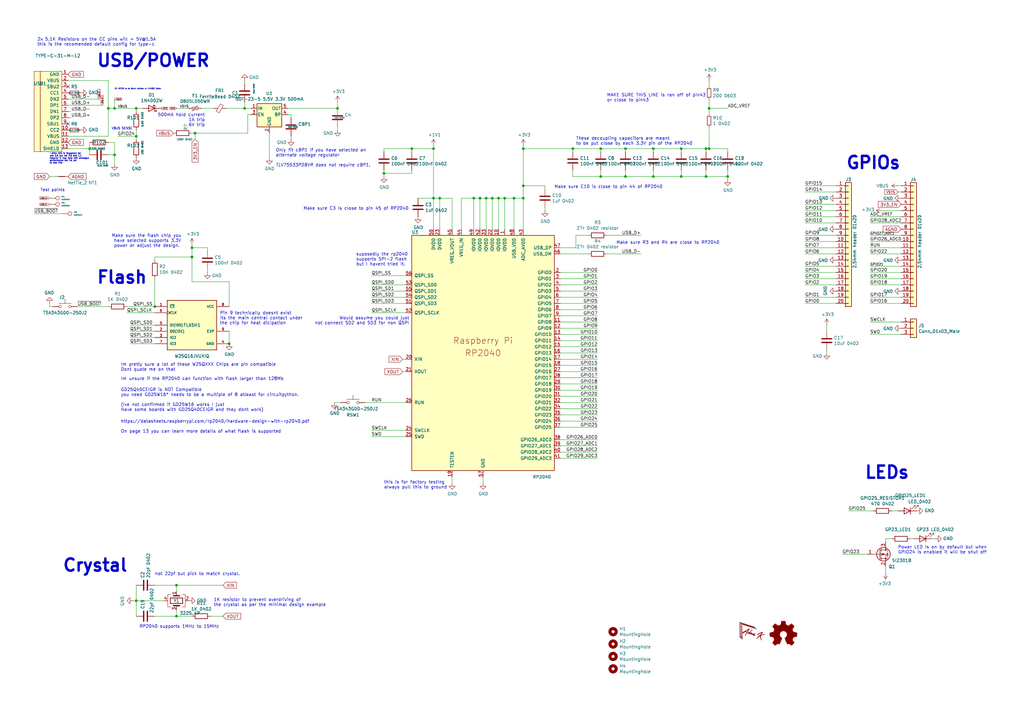
<source format=kicad_sch>
(kicad_sch (version 20211123) (generator eeschema)
  (paper "A3")
  (title_block (title "Raspberry Pi Pico Clone") (date "2020-12-18") (rev "REV1") (company "Envious.Design"))
  (junction (at 256.54 72.39))
  (junction (at 201.93 81.28))
  (junction (at 44.45 44.45))
  (junction (at 267.97 60.96))
  (junction (at 46.99 44.45))
  (junction (at 298.45 72.39))
  (junction (at 210.82 81.28))
  (junction (at 204.47 81.28))
  (junction (at 180.34 81.28))
  (junction (at 72.39 240.03))
  (junction (at 46.99 63.5))
  (junction (at 207.01 81.28))
  (junction (at 256.54 60.96))
  (junction (at 93.98 140.97))
  (junction (at 177.8 60.96))
  (junction (at 194.31 81.28))
  (junction (at 55.88 55.88))
  (junction (at 289.56 72.39))
  (junction (at 177.8 81.28))
  (junction (at 78.74 105.41))
  (junction (at 279.4 72.39))
  (junction (at 196.85 81.28))
  (junction (at 214.63 60.96))
  (junction (at 157.48 71.12))
  (junction (at 246.38 60.96))
  (junction (at 55.88 246.38))
  (junction (at 246.38 72.39))
  (junction (at 267.97 72.39))
  (junction (at 55.88 44.45))
  (junction (at 290.83 60.96))
  (junction (at 290.83 44.45))
  (junction (at 214.63 81.28))
  (junction (at 289.56 60.96))
  (junction (at 214.63 76.2))
  (junction (at 168.91 60.96))
  (junction (at 199.39 81.28))
  (junction (at 138.43 44.45))
  (junction (at 72.39 252.73))
  (junction (at 80.01 54.61))
  (junction (at 36.83 60.96))
  (junction (at 279.4 60.96))
  (junction (at 63.5 125.73))
  (junction (at 78.74 101.6))
  (junction (at 234.95 60.96))
  (junction (at 100.33 44.45))
  (no_connect (at 27.94 50.8))
  (no_connect (at 27.94 35.56))
  (wire (pts (xy 177.8 81.28) (xy 171.45 81.28)))
  (wire (pts (xy 342.9 86.36) (xy 330.2 86.36)))
  (wire (pts (xy 55.88 55.88) (xy 55.88 57.15)))
  (wire (pts (xy 27.94 43.18) (xy 41.91 43.18)))
  (wire (pts (xy 342.9 76.2) (xy 330.2 76.2)))
  (wire (pts (xy 374.65 220.98) (xy 373.38 220.98)))
  (wire (pts (xy 55.88 246.38) (xy 54.61 246.38)))
  (wire (pts (xy 214.63 81.28) (xy 214.63 93.98)))
  (wire (pts (xy 358.14 209.55) (xy 347.98 209.55)))
  (wire (pts (xy 290.83 60.96) (xy 290.83 52.07)))
  (wire (pts (xy 44.45 55.88) (xy 27.94 55.88)))
  (wire (pts (xy 138.43 41.91) (xy 138.43 44.45)))
  (wire (pts (xy 382.27 220.98) (xy 383.54 220.98)))
  (wire (pts (xy 93.98 125.73) (xy 93.98 115.57)))
  (wire (pts (xy 369.57 91.44) (xy 356.87 91.44)))
  (wire (pts (xy 229.87 121.92) (xy 245.11 121.92)))
  (wire (pts (xy 80.01 54.61) (xy 80.01 57.15)))
  (wire (pts (xy 21.59 125.73) (xy 20.32 125.73)))
  (wire (pts (xy 363.22 220.98) (xy 365.76 220.98)))
  (wire (pts (xy 13.97 87.63) (xy 25.4 87.63)))
  (wire (pts (xy 330.2 109.22) (xy 342.9 109.22)))
  (wire (pts (xy 72.39 240.03) (xy 91.44 240.03)))
  (wire (pts (xy 229.87 187.96) (xy 245.11 187.96)))
  (wire (pts (xy 369.57 78.74) (xy 368.3 78.74)))
  (wire (pts (xy 78.74 105.41) (xy 78.74 115.57)))
  (wire (pts (xy 78.74 115.57) (xy 93.98 115.57)))
  (wire (pts (xy 157.48 71.12) (xy 168.91 71.12)))
  (wire (pts (xy 214.63 60.96) (xy 214.63 76.2)))
  (wire (pts (xy 279.4 62.23) (xy 279.4 60.96)))
  (wire (pts (xy 229.87 167.64) (xy 245.11 167.64)))
  (wire (pts (xy 157.48 71.12) (xy 157.48 72.39)))
  (wire (pts (xy 236.22 96.52) (xy 236.22 101.6)))
  (wire (pts (xy 185.42 195.58) (xy 185.42 198.12)))
  (wire (pts (xy 267.97 60.96) (xy 279.4 60.96)))
  (wire (pts (xy 93.98 140.97) (xy 93.98 135.89)))
  (wire (pts (xy 342.9 88.9) (xy 330.2 88.9)))
  (wire (pts (xy 342.9 96.52) (xy 330.2 96.52)))
  (wire (pts (xy 119.38 48.26) (xy 119.38 46.99)))
  (wire (pts (xy 22.86 72.39) (xy 20.32 72.39)))
  (wire (pts (xy 185.42 93.98) (xy 185.42 81.28)))
  (wire (pts (xy 236.22 96.52) (xy 241.3 96.52)))
  (wire (pts (xy 44.45 44.45) (xy 44.45 55.88)))
  (wire (pts (xy 166.37 179.07) (xy 152.4 179.07)))
  (wire (pts (xy 185.42 81.28) (xy 180.34 81.28)))
  (wire (pts (xy 342.9 99.06) (xy 330.2 99.06)))
  (wire (pts (xy 165.1 147.32) (xy 166.37 147.32)))
  (wire (pts (xy 330.2 91.44) (xy 342.9 91.44)))
  (wire (pts (xy 166.37 128.27) (xy 152.4 128.27)))
  (wire (pts (xy 289.56 60.96) (xy 290.83 60.96)))
  (wire (pts (xy 100.33 44.45) (xy 102.87 44.45)))
  (wire (pts (xy 27.94 40.64) (xy 40.64 40.64)))
  (wire (pts (xy 36.83 60.96) (xy 36.83 58.42)))
  (wire (pts (xy 152.4 121.92) (xy 166.37 121.92)))
  (wire (pts (xy 279.4 60.96) (xy 289.56 60.96)))
  (wire (pts (xy 342.9 83.82) (xy 330.2 83.82)))
  (wire (pts (xy 52.07 125.73) (xy 63.5 125.73)))
  (wire (pts (xy 110.49 54.61) (xy 110.49 64.77)))
  (wire (pts (xy 229.87 104.14) (xy 241.3 104.14)))
  (wire (pts (xy 229.87 147.32) (xy 245.11 147.32)))
  (wire (pts (xy 223.52 85.09) (xy 223.52 86.36)))
  (wire (pts (xy 342.9 121.92) (xy 330.2 121.92)))
  (wire (pts (xy 189.23 81.28) (xy 194.31 81.28)))
  (wire (pts (xy 356.87 137.16) (xy 369.57 137.16)))
  (wire (pts (xy 214.63 76.2) (xy 223.52 76.2)))
  (wire (pts (xy 365.76 209.55) (xy 368.3 209.55)))
  (wire (pts (xy 194.31 93.98) (xy 194.31 81.28)))
  (wire (pts (xy 63.5 114.3) (xy 63.5 125.73)))
  (wire (pts (xy 55.88 252.73) (xy 55.88 246.38)))
  (wire (pts (xy 369.57 99.06) (xy 356.87 99.06)))
  (wire (pts (xy 342.9 124.46) (xy 330.2 124.46)))
  (wire (pts (xy 363.22 234.95) (xy 363.22 232.41)))
  (wire (pts (xy 229.87 139.7) (xy 245.11 139.7)))
  (wire (pts (xy 342.9 111.76) (xy 330.2 111.76)))
  (wire (pts (xy 246.38 72.39) (xy 256.54 72.39)))
  (wire (pts (xy 27.94 60.96) (xy 36.83 60.96)))
  (wire (pts (xy 356.87 101.6) (xy 369.57 101.6)))
  (wire (pts (xy 152.4 116.84) (xy 166.37 116.84)))
  (wire (pts (xy 256.54 69.85) (xy 256.54 72.39)))
  (wire (pts (xy 92.71 44.45) (xy 100.33 44.45)))
  (wire (pts (xy 229.87 162.56) (xy 245.11 162.56)))
  (wire (pts (xy 55.88 44.45) (xy 55.88 45.72)))
  (wire (pts (xy 157.48 69.85) (xy 157.48 71.12)))
  (wire (pts (xy 330.2 104.14) (xy 342.9 104.14)))
  (wire (pts (xy 369.57 114.3) (xy 356.87 114.3)))
  (wire (pts (xy 46.99 58.42) (xy 46.99 63.5)))
  (wire (pts (xy 78.74 100.33) (xy 78.74 101.6)))
  (wire (pts (xy 248.92 96.52) (xy 262.89 96.52)))
  (wire (pts (xy 229.87 129.54) (xy 245.11 129.54)))
  (wire (pts (xy 246.38 62.23) (xy 246.38 60.96)))
  (wire (pts (xy 63.5 106.68) (xy 63.5 105.41)))
  (wire (pts (xy 289.56 60.96) (xy 289.56 62.23)))
  (wire (pts (xy 194.31 81.28) (xy 196.85 81.28)))
  (wire (pts (xy 119.38 57.15) (xy 119.38 55.88)))
  (wire (pts (xy 27.94 45.72) (xy 29.21 45.72)))
  (wire (pts (xy 177.8 60.96) (xy 177.8 81.28)))
  (wire (pts (xy 229.87 134.62) (xy 245.11 134.62)))
  (wire (pts (xy 201.93 93.98) (xy 201.93 81.28)))
  (wire (pts (xy 101.6 46.99) (xy 102.87 46.99)))
  (wire (pts (xy 189.23 93.98) (xy 189.23 81.28)))
  (wire (pts (xy 157.48 60.96) (xy 168.91 60.96)))
  (wire (pts (xy 234.95 60.96) (xy 246.38 60.96)))
  (wire (pts (xy 246.38 60.96) (xy 256.54 60.96)))
  (wire (pts (xy 180.34 81.28) (xy 177.8 81.28)))
  (wire (pts (xy 229.87 111.76) (xy 245.11 111.76)))
  (wire (pts (xy 229.87 182.88) (xy 245.11 182.88)))
  (wire (pts (xy 267.97 62.23) (xy 267.97 60.96)))
  (wire (pts (xy 78.74 101.6) (xy 78.74 105.41)))
  (wire (pts (xy 246.38 72.39) (xy 246.38 69.85)))
  (wire (pts (xy 229.87 144.78) (xy 245.11 144.78)))
  (wire (pts (xy 267.97 72.39) (xy 256.54 72.39)))
  (wire (pts (xy 369.57 111.76) (xy 356.87 111.76)))
  (wire (pts (xy 210.82 93.98) (xy 210.82 81.28)))
  (wire (pts (xy 369.57 109.22) (xy 356.87 109.22)))
  (wire (pts (xy 168.91 60.96) (xy 177.8 60.96)))
  (wire (pts (xy 234.95 69.85) (xy 234.95 72.39)))
  (wire (pts (xy 63.5 240.03) (xy 72.39 240.03)))
  (wire (pts (xy 214.63 60.96) (xy 234.95 60.96)))
  (wire (pts (xy 234.95 62.23) (xy 234.95 60.96)))
  (wire (pts (xy 267.97 69.85) (xy 267.97 72.39)))
  (wire (pts (xy 229.87 124.46) (xy 245.11 124.46)))
  (wire (pts (xy 229.87 154.94) (xy 245.11 154.94)))
  (wire (pts (xy 100.33 41.91) (xy 100.33 44.45)))
  (wire (pts (xy 229.87 132.08) (xy 245.11 132.08)))
  (wire (pts (xy 100.33 34.29) (xy 100.33 33.02)))
  (wire (pts (xy 27.94 48.26) (xy 29.21 48.26)))
  (wire (pts (xy 339.09 133.35) (xy 339.09 135.89)))
  (wire (pts (xy 229.87 185.42) (xy 245.11 185.42)))
  (wire (pts (xy 342.9 114.3) (xy 330.2 114.3)))
  (wire (pts (xy 78.74 252.73) (xy 72.39 252.73)))
  (wire (pts (xy 46.99 44.45) (xy 55.88 44.45)))
  (wire (pts (xy 139.7 165.1) (xy 137.16 165.1)))
  (wire (pts (xy 229.87 149.86) (xy 245.11 149.86)))
  (wire (pts (xy 229.87 114.3) (xy 245.11 114.3)))
  (wire (pts (xy 27.94 33.02) (xy 44.45 33.02)))
  (wire (pts (xy 229.87 180.34) (xy 245.11 180.34)))
  (wire (pts (xy 149.86 165.1) (xy 166.37 165.1)))
  (wire (pts (xy 229.87 152.4) (xy 245.11 152.4)))
  (wire (pts (xy 199.39 81.28) (xy 201.93 81.28)))
  (wire (pts (xy 368.3 76.2) (xy 369.57 76.2)))
  (wire (pts (xy 55.88 53.34) (xy 55.88 55.88)))
  (wire (pts (xy 207.01 81.28) (xy 210.82 81.28)))
  (wire (pts (xy 63.5 133.35) (xy 53.34 133.35)))
  (wire (pts (xy 369.57 116.84) (xy 356.87 116.84)))
  (wire (pts (xy 199.39 93.98) (xy 199.39 81.28)))
  (wire (pts (xy 289.56 69.85) (xy 289.56 72.39)))
  (wire (pts (xy 234.95 72.39) (xy 246.38 72.39)))
  (wire (pts (xy 36.83 60.96) (xy 36.83 63.5)))
  (wire (pts (xy 52.07 128.27) (xy 63.5 128.27)))
  (wire (pts (xy 168.91 62.23) (xy 168.91 60.96)))
  (wire (pts (xy 298.45 73.66) (xy 298.45 72.39)))
  (wire (pts (xy 101.6 46.99) (xy 101.6 54.61)))
  (wire (pts (xy 342.9 101.6) (xy 330.2 101.6)))
  (wire (pts (xy 44.45 44.45) (xy 46.99 44.45)))
  (wire (pts (xy 196.85 81.28) (xy 199.39 81.28)))
  (wire (pts (xy 85.09 102.87) (xy 85.09 101.6)))
  (wire (pts (xy 72.39 252.73) (xy 72.39 250.19)))
  (wire (pts (xy 229.87 142.24) (xy 245.11 142.24)))
  (wire (pts (xy 48.26 55.88) (xy 55.88 55.88)))
  (wire (pts (xy 204.47 81.28) (xy 207.01 81.28)))
  (wire (pts (xy 229.87 119.38) (xy 245.11 119.38)))
  (wire (pts (xy 290.83 60.96) (xy 298.45 60.96)))
  (wire (pts (xy 198.12 195.58) (xy 198.12 198.12)))
  (wire (pts (xy 44.45 125.73) (xy 31.75 125.73)))
  (wire (pts (xy 279.4 69.85) (xy 279.4 72.39)))
  (wire (pts (xy 177.8 81.28) (xy 177.8 93.98)))
  (wire (pts (xy 223.52 77.47) (xy 223.52 76.2)))
  (wire (pts (xy 152.4 124.46) (xy 166.37 124.46)))
  (wire (pts (xy 72.39 252.73) (xy 63.5 252.73)))
  (wire (pts (xy 229.87 137.16) (xy 245.11 137.16)))
  (wire (pts (xy 44.45 58.42) (xy 46.99 58.42)))
  (wire (pts (xy 119.38 46.99) (xy 118.11 46.99)))
  (wire (pts (xy 80.01 54.61) (xy 101.6 54.61)))
  (wire (pts (xy 85.09 110.49) (xy 85.09 111.76)))
  (wire (pts (xy 85.09 101.6) (xy 78.74 101.6)))
  (wire (pts (xy 152.4 119.38) (xy 166.37 119.38)))
  (wire (pts (xy 229.87 116.84) (xy 245.11 116.84)))
  (wire (pts (xy 369.57 124.46) (xy 356.87 124.46)))
  (wire (pts (xy 290.83 44.45) (xy 290.83 46.99)))
  (wire (pts (xy 229.87 170.18) (xy 245.11 170.18)))
  (wire (pts (xy 361.95 86.36) (xy 369.57 86.36)))
  (wire (pts (xy 256.54 62.23) (xy 256.54 60.96)))
  (wire (pts (xy 72.39 44.45) (xy 77.47 44.45)))
  (wire (pts (xy 369.57 88.9) (xy 356.87 88.9)))
  (wire (pts (xy 363.22 222.25) (xy 363.22 220.98)))
  (wire (pts (xy 369.57 96.52) (xy 356.87 96.52)))
  (wire (pts (xy 229.87 175.26) (xy 245.11 175.26)))
  (wire (pts (xy 229.87 157.48) (xy 245.11 157.48)))
  (wire (pts (xy 166.37 113.03) (xy 152.4 113.03)))
  (wire (pts (xy 298.45 60.96) (xy 298.45 62.23)))
  (wire (pts (xy 214.63 59.69) (xy 214.63 60.96)))
  (wire (pts (xy 55.88 246.38) (xy 55.88 240.03)))
  (wire (pts (xy 290.83 33.02) (xy 290.83 35.56)))
  (wire (pts (xy 248.92 104.14) (xy 262.89 104.14)))
  (wire (pts (xy 204.47 93.98) (xy 204.47 81.28)))
  (wire (pts (xy 196.85 93.98) (xy 196.85 81.28)))
  (wire (pts (xy 177.8 59.69) (xy 177.8 60.96)))
  (wire (pts (xy 256.54 60.96) (xy 267.97 60.96)))
  (wire (pts (xy 201.93 81.28) (xy 204.47 81.28)))
  (wire (pts (xy 44.45 33.02) (xy 44.45 44.45)))
  (wire (pts (xy 55.88 246.38) (xy 67.31 246.38)))
  (wire (pts (xy 229.87 160.02) (xy 245.11 160.02)))
  (wire (pts (xy 290.83 40.64) (xy 290.83 44.45)))
  (wire (pts (xy 63.5 138.43) (xy 53.34 138.43)))
  (wire (pts (xy 72.39 242.57) (xy 72.39 240.03)))
  (wire (pts (xy 78.74 54.61) (xy 80.01 54.61)))
  (wire (pts (xy 289.56 72.39) (xy 298.45 72.39)))
  (wire (pts (xy 207.01 81.28) (xy 207.01 93.98)))
  (wire (pts (xy 157.48 62.23) (xy 157.48 60.96)))
  (wire (pts (xy 290.83 44.45) (xy 298.45 44.45)))
  (wire (pts (xy 369.57 121.92) (xy 356.87 121.92)))
  (wire (pts (xy 289.56 72.39) (xy 279.4 72.39)))
  (wire (pts (xy 369.57 132.08) (xy 356.87 132.08)))
  (wire (pts (xy 345.44 227.33) (xy 355.6 227.33)))
  (wire (pts (xy 214.63 76.2) (xy 214.63 81.28)))
  (wire (pts (xy 55.88 44.45) (xy 58.42 44.45)))
  (wire (pts (xy 210.82 81.28) (xy 214.63 81.28)))
  (wire (pts (xy 168.91 71.12) (xy 168.91 69.85)))
  (wire (pts (xy 229.87 127) (xy 245.11 127)))
  (wire (pts (xy 166.37 176.53) (xy 152.4 176.53)))
  (wire (pts (xy 229.87 172.72) (xy 245.11 172.72)))
  (wire (pts (xy 298.45 69.85) (xy 298.45 72.39)))
  (wire (pts (xy 342.9 116.84) (xy 330.2 116.84)))
  (wire (pts (xy 279.4 72.39) (xy 267.97 72.39)))
  (wire (pts (xy 86.36 252.73) (xy 91.44 252.73)))
  (wire (pts (xy 20.32 125.73) (xy 20.32 124.46)))
  (wire (pts (xy 369.57 104.14) (xy 356.87 104.14)))
  (wire (pts (xy 166.37 152.4) (xy 165.1 152.4)))
  (wire (pts (xy 339.09 143.51) (xy 339.09 144.78)))
  (wire (pts (xy 63.5 140.97) (xy 53.34 140.97)))
  (wire (pts (xy 82.55 44.45) (xy 87.63 44.45)))
  (wire (pts (xy 342.9 78.74) (xy 330.2 78.74)))
  (wire (pts (xy 46.99 44.45) (xy 46.99 40.64)))
  (wire (pts (xy 46.99 63.5) (xy 46.99 67.31)))
  (wire (pts (xy 138.43 52.07) (xy 138.43 53.34)))
  (wire (pts (xy 229.87 101.6) (xy 236.22 101.6)))
  (wire (pts (xy 229.87 165.1) (xy 245.11 165.1)))
  (wire (pts (xy 63.5 105.41) (xy 78.74 105.41)))
  (wire (pts (xy 180.34 93.98) (xy 180.34 81.28)))
  (wire (pts (xy 53.34 135.89) (xy 63.5 135.89)))
  (wire (pts (xy 118.11 44.45) (xy 138.43 44.45)))
  (wire (pts (xy 44.45 63.5) (xy 46.99 63.5)))
  (text "Power LED is on by default but when\nGPIO24 is enabled it will be shut off" (at 368.3 227.33 0) (effects (font (size 1.27 1.27)) (justify left bottom)))
  (text "GPIOs" (at 346.71 69.85 0) (effects (font (size 5.0038 5.0038) (thickness 1.0008) bold) (justify left bottom)))
  (text "USB/POWER" (at 39.37 27.94 0) (effects (font (size 5.0038 5.0038) (thickness 1.0008) bold) (justify left bottom)))
  (text "GD25Q40CEIGR is NOT Compatible\nyou need GD25W16* needs to be a multiple of 8 atleast for circuitpython.\n\n(Ive not confirmed if GD25W16 works I just \nHave some boards with GD25Q40CEIGR and they dont work)" (at 49.53 168.91 0) (effects (font (size 1.27 1.27)) (justify left bottom)))
  (text "D1 NEEDS to be 0omh resistor or 1N4002 diode" (at 46.99 36.83 0) (effects (font (size 0.508 0.508)) (justify left bottom)))
  (text "https://datasheets.raspberrypi.com/rp2040/hardware-design-with-rp2040.pdf\n\nOn page 13 you can learn more details of what flash is supported\n" (at 49.53 177.8 0) (effects (font (size 1.27 1.27)) (justify left bottom)))
  (text "Only fit cBP1 if you have selected an \nalternate voltage regulator\n\nTLV75533PDBVR does not require cBP1." (at 113.03 68.58 0) (effects (font (size 1.27 1.27) italic) (justify left bottom)))
  (text "Pin 9 technically doesnt exist\nits the main central contact under\nthe chip for heat dicipation" (at 90.17 133.35 0) (effects (font (size 1.27 1.27)) (justify left bottom)))
  (text "Make sure R3 and R4 are close to RP2040" (at 252.73 100.33 0) (effects (font (size 1.27 1.27)) (justify left bottom)))
  (text "this is for factory testing\nalways pull this to ground" (at 157.48 200.66 0) (effects (font (size 1.27 1.27)) (justify left bottom)))
  (text "Im unsure if the RP2040 can function with flash larger than 128Mb" (at 49.53 156.21 0) (effects (font (size 1.27 1.27)) (justify left bottom)))
  (text "Would assume you could just\nnot connect SD2 and SD3 for non QSPI" (at 167.894 133.35 180) (effects (font (size 1.27 1.27)) (justify right bottom)))
  (text "These decoupling capacitors are meant\nto be put close by each 3.3V pin of the RP2040" (at 236.22 59.69 0) (effects (font (size 1.27 1.27)) (justify left bottom)))
  (text "Flash" (at 39.37 116.84 0) (effects (font (size 5.0038 5.0038) (thickness 1.0008) bold) (justify left bottom)))
  (text "Im pretty sure a lot of these W25QXXX Chips are pin compatible\nDont quote me on that" (at 49.53 152.4 0) (effects (font (size 1.27 1.27)) (justify left bottom)))
  (text "not 22pf but pick to match crystal." (at 63.5 236.22 0) (effects (font (size 1.27 1.27)) (justify left bottom)))
  (text "VBUS SENSE" (at 45.72 53.34 0) (effects (font (size 0.9 0.9)) (justify left bottom)))
  (text "2x 5.1K Resistors on the CC pins will = 5V@1.5A\nthis is the recomended default config for type-c" (at 15.24 19.05 0) (effects (font (size 1.27 1.27)) (justify left bottom)))
  (text "suposedly the rp2040\nsupports SPI-2 flash\nbut I havent tried it.\n" (at 146.05 109.22 0) (effects (font (size 1.27 1.27)) (justify left bottom)))
  (text "Test points" (at 16.51 78.74 0) (effects (font (size 1.1938 1.1938)) (justify left bottom)))
  (text "1K resistor to prevent overdriving of \nthe crystal as per the minimal design example" (at 87.63 248.92 0) (effects (font (size 1.27 1.27)) (justify left bottom)))
  (text "LEDs" (at 354.33 196.85 0) (effects (font (size 5.0038 5.0038) (thickness 1.0008) bold) (justify left bottom)))
  (text "RP2040 supports 1MHz to 15MHz" (at 57.15 257.81 0) (effects (font (size 1.27 1.27)) (justify left bottom)))
  (text "I think this is important for \nusb 3.0 but not 2.0 and 1.1\nhowever it may help with analogue\nperformance but ive yet\nto test this" (at 20.32 67.31 0) (effects (font (size 0.6 0.6)) (justify left bottom)))
  (text "Make sure the flash chip you\n have selected supports 3.3V\n power or adjust the design." (at 45.72 101.6 0) (effects (font (size 1.27 1.27)) (justify left bottom)))
  (text "MAKE SURE THIS LINE is ran off of pin43\nor close to pin43" (at 248.92 41.91 0) (effects (font (size 1.27 1.27)) (justify left bottom)))
  (text "Crystal" (at 25.4 234.95 0) (effects (font (size 5.0038 5.0038) (thickness 1.0008) bold) (justify left bottom)))
  (text "500mA hold current\n1A trip\n6V trip" (at 84.074 52.07 180) (effects (font (size 1.27 1.27)) (justify right bottom)))
  (text "Make sure C3 is close to pin 45 of RP2040" (at 167.64 86.36 180) (effects (font (size 1.27 1.27)) (justify right bottom)))
  (text "Make sure C10 is close to pin 44 of RP2040" (at 227.33 77.47 0) (effects (font (size 1.27 1.27)) (justify left bottom)))
  (label "GPIO0" (at 330.2 124.46 0))
  (label "GPIO11" (at 245.11 139.7 180))
  (label "ADC_VREF" (at 356.87 88.9 0))
  (label "GPIO9" (at 245.11 134.62 180))
  (label "GPIO5" (at 330.2 109.22 0))
  (label "GPIO24" (at 48.26 55.88 0))
  (label "GPIO17" (at 356.87 121.92 0))
  (label "GPIO2" (at 330.2 116.84 0))
  (label "GPIO27_ADC1" (at 245.11 182.88 180))
  (label "GPIO26_ADC0" (at 356.87 99.06 0))
  (label "QSPI_SS" (at 152.4 113.03 0))
  (label "GPIO3" (at 245.11 119.38 180))
  (label "QSPI_SD1" (at 53.34 135.89 0))
  (label "GPIO28_ADC2" (at 356.87 91.44 0))
  (label "ADC_VREF" (at 298.45 44.45 0))
  (label "GPIO2" (at 245.11 116.84 180))
  (label "USB_D-" (at 29.21 40.64 0))
  (label "GPIO1" (at 330.2 121.92 0))
  (label "GPIO6" (at 245.11 127 180))
  (label "GPIO16" (at 356.87 124.46 0))
  (label "GPIO7" (at 330.2 101.6 0))
  (label "GPIO15" (at 330.2 76.2 0))
  (label "GPIO28_ADC2" (at 245.11 185.42 180))
  (label "QSPI_SD3" (at 152.4 124.46 0))
  (label "GPIO8" (at 245.11 132.08 180))
  (label "GPIO13" (at 330.2 83.82 0))
  (label "SWCLK" (at 152.4 176.53 0))
  (label "~{USB_BOOT}" (at 31.75 125.73 0))
  (label "GPIO26_ADC0" (at 245.11 180.34 180))
  (label "VBUS" (at 48.26 44.45 0) (effects (font (size 0.9906 0.9906))))
  (label "GPIO0" (at 245.11 111.76 180))
  (label "GPIO9" (at 330.2 96.52 0))
  (label "VSYS" (at 73.66 44.45 0) (effects (font (size 0.9906 0.9906))))
  (label "GPIO20" (at 245.11 162.56 180))
  (label "GPIO6" (at 330.2 104.14 0))
  (label "GPIO14" (at 245.11 147.32 180))
  (label "GPIO22" (at 356.87 104.14 0))
  (label "USB_D-" (at 29.21 45.72 0))
  (label "SWD" (at 356.87 137.16 0))
  (label "QSPI_SD0" (at 53.34 133.35 0))
  (label "GPIO19" (at 356.87 114.3 0))
  (label "GPIO18" (at 356.87 116.84 0))
  (label "GPIO4" (at 330.2 111.76 0))
  (label "USB_D-" (at 262.89 104.14 180))
  (label "GPIO7" (at 245.11 129.54 180))
  (label "GPIO17" (at 245.11 154.94 180))
  (label "QSPI_SS" (at 54.61 125.73 0))
  (label "GPIO22" (at 245.11 167.64 180))
  (label "RUN" (at 152.4 165.1 0))
  (label "QSPI_SD0" (at 152.4 116.84 0))
  (label "USB_D+" (at 29.21 43.18 0))
  (label "SWD" (at 152.4 179.07 0))
  (label "GPIO23" (at 345.44 227.33 0))
  (label "GPIO10" (at 330.2 91.44 0))
  (label "GPIO23" (at 245.11 170.18 180))
  (label "GPIO15" (at 245.11 149.86 180))
  (label "~{USB_BOOT}" (at 13.97 87.63 0))
  (label "QSPI_SCLK" (at 52.07 128.27 0))
  (label "GPIO25" (at 347.98 209.55 0))
  (label "USB_D+" (at 29.21 48.26 0))
  (label "RUN" (at 356.87 101.6 0))
  (label "GPIO13" (at 245.11 144.78 180))
  (label "SWCLK" (at 356.87 132.08 0))
  (label "GPIO19" (at 245.11 160.02 180))
  (label "GPIO10" (at 245.11 137.16 180))
  (label "USB_D+" (at 262.89 96.52 180))
  (label "QSPI_SD3" (at 53.34 140.97 0))
  (label "GPIO27_ADC1" (at 356.87 96.52 0) (effects (font (size 0.9906 0.9906))))
  (label "GPIO12" (at 330.2 86.36 0))
  (label "GPIO8" (at 330.2 99.06 0))
  (label "GPIO14" (at 330.2 78.74 0))
  (label "QSPI_SD1" (at 152.4 119.38 0))
  (label "QSPI_SCLK" (at 152.4 128.27 0))
  (label "GPIO16" (at 245.11 152.4 180))
  (label "GPIO29_ADC3" (at 245.11 187.96 180))
  (label "GPIO11" (at 330.2 88.9 0))
  (label "GPIO18" (at 245.11 157.48 180))
  (label "QSPI_SD2" (at 152.4 121.92 0))
  (label "QSPI_SD2" (at 53.34 138.43 0))
  (label "GPIO12" (at 245.11 142.24 180))
  (label "GPIO5" (at 245.11 124.46 180))
  (label "GPIO21" (at 356.87 109.22 0) (effects (font (size 0.9906 0.9906))))
  (label "GPIO20" (at 356.87 111.76 0))
  (label "GPIO1" (at 245.11 114.3 180))
  (label "GPIO21" (at 245.11 165.1 180))
  (label "GPIO24" (at 245.11 172.72 180))
  (label "GPIO3" (at 330.2 114.3 0))
  (label "GPIO25" (at 245.11 175.26 180))
  (label "GPIO4" (at 245.11 121.92 180))
  (global_label "USB_D+" (shape input) (at 20.32 81.28 180) (effects (font (size 0.508 0.508))) (property "Intersheet References" "${INTERSHEET_REFS}" (effects hide)))
  (global_label "GND" (shape input) (at 27.94 58.42 0) (property "Intersheet References" "${INTERSHEET_REFS}" (effects hide)))
  (global_label "XIN" (shape input) (at 165.1 147.32 180) (property "Intersheet References" "${INTERSHEET_REFS}" (effects hide)))
  (global_label "AGND" (shape input) (at 369.57 93.98 180) (property "Intersheet References" "${INTERSHEET_REFS}" (effects hide)))
  (global_label "GND" (shape input) (at 27.94 30.48 0) (property "Intersheet References" "${INTERSHEET_REFS}" (effects hide)))
  (global_label "GND" (shape input) (at 20.32 72.39 180) (property "Intersheet References" "${INTERSHEET_REFS}" (effects hide)))
  (global_label "USB_D-" (shape input) (at 20.32 83.82 180) (effects (font (size 0.508 0.508))) (property "Intersheet References" "${INTERSHEET_REFS}" (effects hide)))
  (global_label "VSYS" (shape input) (at 66.04 44.45 0) (effects (font (size 0.508 0.508))) (property "Intersheet References" "${INTERSHEET_REFS}" (effects hide)))
  (global_label "AGND" (shape input) (at 27.94 72.39 0) (property "Intersheet References" "${INTERSHEET_REFS}" (effects hide)))
  (global_label "VSYS" (shape input) (at 72.39 44.45 180) (effects (font (size 0.508 0.508))) (property "Intersheet References" "${INTERSHEET_REFS}" (effects hide)))
  (global_label "XIN" (shape input) (at 91.44 240.03 0) (property "Intersheet References" "${INTERSHEET_REFS}" (effects hide)))
  (global_label "USB_D+" (shape input) (at 41.91 43.18 90) (effects (font (size 0.508 0.508))) (property "Intersheet References" "${INTERSHEET_REFS}" (effects hide)))
  (global_label "3V3_EN" (shape input) (at 80.01 57.15 270) (property "Intersheet References" "${INTERSHEET_REFS}" (effects hide)))
  (global_label "USB_D-" (shape input) (at 40.64 40.64 90) (effects (font (size 0.508 0.508))) (property "Intersheet References" "${INTERSHEET_REFS}" (effects hide)))
  (global_label "VBUS" (shape input) (at 71.12 54.61 180) (effects (font (size 1.1938 1.1938))) (property "Intersheet References" "${INTERSHEET_REFS}" (effects hide)))
  (global_label "3V3_EN" (shape input) (at 369.57 83.82 180) (property "Intersheet References" "${INTERSHEET_REFS}" (effects hide)))
  (global_label "XOUT" (shape input) (at 91.44 252.73 0) (property "Intersheet References" "${INTERSHEET_REFS}" (effects hide)))
  (global_label "VBUS" (shape input) (at 46.99 40.64 0) (effects (font (size 0.508 0.508))) (property "Intersheet References" "${INTERSHEET_REFS}" (effects hide)))
  (global_label "XOUT" (shape input) (at 165.1 152.4 180) (property "Intersheet References" "${INTERSHEET_REFS}" (effects hide)))
  (global_label "VSYS" (shape input) (at 368.3 78.74 180) (effects (font (size 0.9906 0.9906))) (property "Intersheet References" "${INTERSHEET_REFS}" (effects hide)))
  (symbol (lib_id "MCU_RaspberryPi_RP2040:RP2040") (at 198.12 144.78 0) (unit 1)
    (property "Reference" "U3" (at 170.18 95.25 0))
    (property "Value" "RP2040" (at 222.25 195.58 0))
    (property "Footprint" "RP2040_minimal:RP2040-QFN-56" (effects hide))
    (property "LCSC" " C2040" (effects hide))
  )
  (symbol (lib_id "Device:C") (at 59.69 240.03 90) (unit 1)
    (property "Reference" "C2" (at 58.5216 237.109 0) (effects (justify left)))
    (property "Value" "22pf 0402" (at 60.833 237.109 0) (effects (justify left)))
    (property "Footprint" "Capacitor_SMD:C_0402_1005Metric" (effects hide))
    (property "LCSC" " " (effects hide))
  )
  (symbol (lib_id "power:+3V3") (at 78.74 100.33 0) (unit 1)
    (property "Reference" "#PWR07" (effects hide))
    (property "Value" "+3V3" (at 79.121 95.9358 0))
  )
  (symbol (lib_id "Device:R") (at 63.5 110.49 0) (unit 1)
    (property "Reference" "R2" (at 65.278 109.3216 0) (effects (justify left)))
    (property "Value" "10K 0402" (at 65.278 111.633 0) (effects (justify left)))
    (property "Footprint" "Resistor_SMD:R_0402_1005Metric" (effects hide))
    (property "LCSC" "  " (effects hide))
  )
  (symbol (lib_id "Device:R") (at 48.26 125.73 270) (unit 1)
    (property "Reference" "R1" (at 48.26 120.4722 90))
    (property "Value" "1K 0402" (at 48.26 122.7836 90))
    (property "Footprint" "Resistor_SMD:R_0402_1005Metric" (effects hide))
    (property "LCSC" " " (effects hide))
  )
  (symbol (lib_id "Device:C") (at 85.09 106.68 0) (unit 1)
    (property "Reference" "C5" (at 88.011 105.5116 0) (effects (justify left)))
    (property "Value" "100nf 0402" (at 88.011 107.823 0) (effects (justify left)))
    (property "Footprint" "Capacitor_SMD:C_0402_1005Metric" (effects hide))
    (property "LCSC" " " (effects hide))
  )
  (symbol (lib_id "power:GND") (at 85.09 111.76 0) (unit 1)
    (property "Reference" "#PWR011" (effects hide))
    (property "Value" "GND" (at 88.9 113.03 0))
  )
  (symbol (lib_id "Type-C:HRO-TYPE-C-31-M-12") (at 25.4 44.45 0) (unit 1)
    (property "Reference" "USB1" (at 19.05 34.29 0) (effects (justify right)))
    (property "Value" "TYPE-C-31-M-12" (at 33.02 22.86 0) (effects (justify right)))
    (property "Footprint" "HRO-TYPE-C31-M-12:HRO-TYPE-C-31-M-12" (effects hide))
    (property "LCSC" "C165948" (effects hide))
  )
  (symbol (lib_id "power:GND") (at 198.12 198.12 0) (unit 1)
    (property "Reference" "#PWR016" (effects hide))
    (property "Value" "GND" (at 198.247 202.5142 0))
  )
  (symbol (lib_id "power:GND") (at 185.42 198.12 0) (unit 1)
    (property "Reference" "#PWR015" (effects hide))
    (property "Value" "GND" (at 185.547 202.5142 0))
  )
  (symbol (lib_id "Device:R") (at 245.11 96.52 270) (unit 1)
    (property "Reference" "R3" (at 245.11 91.2622 90))
    (property "Value" "27r 0402 resistor" (at 245.11 93.5736 90))
    (property "Footprint" "Resistor_SMD:R_0402_1005Metric" (effects hide))
    (property "LCSC" " " (effects hide))
  )
  (symbol (lib_id "Device:R") (at 245.11 104.14 270) (unit 1)
    (property "Reference" "R4" (at 245.11 98.8822 90))
    (property "Value" "27r 0402 resistor" (at 245.11 101.1936 90))
    (property "Footprint" "Resistor_SMD:R_0402_1005Metric" (effects hide))
    (property "LCSC" " " (effects hide))
  )
  (symbol (lib_id "power:GND") (at 342.9 119.38 270) (mirror x) (unit 1)
    (property "Reference" "#PWR020" (effects hide))
    (property "Value" "GND" (at 338.5058 119.253 0))
  )
  (symbol (lib_id "power:+3V3") (at 214.63 59.69 0) (unit 1)
    (property "Reference" "#PWR017" (effects hide))
    (property "Value" "+3V3" (at 215.011 55.2958 0))
  )
  (symbol (lib_id "power:+1V1") (at 177.8 59.69 0) (unit 1)
    (property "Reference" "#PWR014" (effects hide))
    (property "Value" "+1V1" (at 178.181 55.2958 0))
  )
  (symbol (lib_id "Device:C") (at 234.95 66.04 0) (unit 1)
    (property "Reference" "C11" (at 237.871 64.8716 0) (effects (justify left)))
    (property "Value" "100nf 0402" (at 237.871 67.183 0) (effects (justify left)))
    (property "Footprint" "Capacitor_SMD:C_0402_1005Metric" (effects hide))
    (property "LCSC" " " (effects hide))
  )
  (symbol (lib_id "Device:C") (at 157.48 66.04 0) (unit 1)
    (property "Reference" "C6" (at 160.401 64.8716 0) (effects (justify left)))
    (property "Value" "100nf 0402" (at 160.401 67.183 0) (effects (justify left)))
    (property "Footprint" "Capacitor_SMD:C_0402_1005Metric" (effects hide))
    (property "LCSC" " " (effects hide))
  )
  (symbol (lib_id "Device:C") (at 168.91 66.04 0) (unit 1)
    (property "Reference" "C7" (at 171.831 64.8716 0) (effects (justify left)))
    (property "Value" "100nf 0402" (at 171.831 67.183 0) (effects (justify left)))
    (property "Footprint" "Capacitor_SMD:C_0402_1005Metric" (effects hide))
    (property "LCSC" " " (effects hide))
  )
  (symbol (lib_id "Device:C") (at 223.52 81.28 0) (unit 1)
    (property "Reference" "C10" (at 226.441 80.1116 0) (effects (justify left)))
    (property "Value" "1uf 0402" (at 226.441 82.423 0) (effects (justify left)))
    (property "Footprint" "Capacitor_SMD:C_0402_1005Metric" (effects hide))
    (property "LCSC" " " (effects hide))
  )
  (symbol (lib_id "Mechanical:MountingHole") (at 251.46 259.08 0) (unit 1)
    (property "Reference" "H1" (at 254 257.9116 0) (effects (justify left)))
    (property "Value" "MountingHole" (at 254 260.223 0) (effects (justify left)))
    (property "Footprint" "MountingHole:MountingHole_2.1mm" (effects hide))
    (property "LCSC" " " (effects hide))
  )
  (symbol (lib_id "Mechanical:MountingHole") (at 251.46 264.16 0) (unit 1)
    (property "Reference" "H2" (at 254 262.9916 0) (effects (justify left)))
    (property "Value" "MountingHole" (at 254 265.303 0) (effects (justify left)))
    (property "Footprint" "MountingHole:MountingHole_2.1mm" (effects hide))
    (property "LCSC" " " (effects hide))
  )
  (symbol (lib_id "Mechanical:MountingHole") (at 251.46 269.24 0) (unit 1)
    (property "Reference" "H3" (at 254 268.0716 0) (effects (justify left)))
    (property "Value" "MountingHole" (at 254 270.383 0) (effects (justify left)))
    (property "Footprint" "MountingHole:MountingHole_2.1mm" (effects hide))
    (property "LCSC" " " (effects hide))
  )
  (symbol (lib_id "Mechanical:MountingHole") (at 251.46 274.32 0) (unit 1)
    (property "Reference" "H4" (at 254 273.1516 0) (effects (justify left)))
    (property "Value" "MountingHole" (at 254 275.463 0) (effects (justify left)))
    (property "Footprint" "MountingHole:MountingHole_2.1mm" (effects hide))
    (property "LCSC" " " (effects hide))
  )
  (symbol (lib_id "power:GND") (at 157.48 72.39 0) (unit 1)
    (property "Reference" "#PWR012" (effects hide))
    (property "Value" "GND" (at 157.607 76.7842 0))
  )
  (symbol (lib_id "power:GND") (at 223.52 86.36 0) (unit 1)
    (property "Reference" "#PWR018" (effects hide))
    (property "Value" "GND" (at 223.647 90.7542 0))
  )
  (symbol (lib_id "power:VBUS") (at 368.3 76.2 90) (unit 1)
    (property "Reference" "#PWR03" (effects hide))
    (property "Value" "VBUS" (at 361.95 76.2 90))
  )
  (symbol (lib_id "power:+3V3") (at 138.43 41.91 0) (unit 1)
    (property "Reference" "#PWR09" (effects hide))
    (property "Value" "+3V3" (at 138.811 37.5158 0))
  )
  (symbol (lib_id "Device:C") (at 100.33 38.1 180) (unit 1)
    (property "Reference" "C1" (at 97.79 38.1 0) (effects (justify left)))
    (property "Value" "10uf 0402" (at 104.14 34.29 90) (effects (font (size 0.508 0.508)) (justify left)))
    (property "Footprint" "Capacitor_SMD:C_0402_1005Metric" (effects hide))
    (property "LCSC" " " (effects hide))
  )
  (symbol (lib_id "power:GND") (at 100.33 33.02 180) (unit 1)
    (property "Reference" "#PWR04" (effects hide))
    (property "Value" "GND" (at 104.14 31.75 0))
  )
  (symbol (lib_id "power:+3V3") (at 339.09 133.35 0) (unit 1)
    (property "Reference" "#PWR024" (effects hide))
    (property "Value" "+3V3" (at 339.471 128.9558 0))
  )
  (symbol (lib_id "Device:C") (at 339.09 139.7 0) (unit 1)
    (property "Reference" "C17" (at 342.011 138.5316 0) (effects (justify left)))
    (property "Value" "10uf 0402" (at 342.011 140.843 0) (effects (justify left)))
    (property "Footprint" "Capacitor_SMD:C_0402_1005Metric" (effects hide))
    (property "LCSC" " " (effects hide))
  )
  (symbol (lib_id "power:GND") (at 339.09 144.78 0) (unit 1)
    (property "Reference" "#PWR025" (effects hide))
    (property "Value" "GND" (at 335.28 146.05 0))
  )
  (symbol (lib_id "Switch:SW_Push") (at 26.67 125.73 0) (mirror y) (unit 1)
    (property "Reference" "J2" (at 25.4 121.92 0))
    (property "Value" "TSA343G00-250J2" (at 26.67 128.27 0))
    (property "Footprint" "Button_Switch_SMD:SW_Push_SPST_NO_Alps_SKRK" (effects hide))
    (property "LCSC" " " (effects hide))
  )
  (symbol (lib_id "power:GND") (at 20.32 124.46 180) (unit 1)
    (property "Reference" "#PWR02" (effects hide))
    (property "Value" "GND" (at 20.193 120.0658 0))
  )
  (symbol (lib_id "Connector_Generic:Conn_01x20") (at 374.65 99.06 0) (unit 1)
    (property "Reference" "J4" (at 374.65 73.66 0))
    (property "Value" "2.54mm header 01x20" (at 377.19 99.06 90))
    (property "Footprint" "Connector_PinHeader_2.54mm:PinHeader_1x20_P2.54mm_Vertical" (effects hide))
    (property "LCSC" " " (effects hide))
  )
  (symbol (lib_id "Connector_Generic:Conn_01x20") (at 347.98 99.06 0) (unit 1)
    (property "Reference" "J3" (at 347.98 73.66 0))
    (property "Value" "2.54mm header 01x20" (at 350.52 99.06 90))
    (property "Footprint" "Connector_PinHeader_2.54mm:PinHeader_1x20_P2.54mm_Vertical" (effects hide))
    (property "LCSC" " " (effects hide))
  )
  (symbol (lib_id "logo:LOGO") (at 308.61 259.08 0) (unit 1)
    (property "Reference" "#G1" (effects hide))
    (property "Value" "LOGO" (effects hide))
    (property "Footprint" "EnvExtras:logo" (effects hide))
  )
  (symbol (lib_id "power:GND") (at 171.45 88.9 0) (unit 1)
    (property "Reference" "#PWR06" (effects hide))
    (property "Value" "GND" (at 171.577 93.2942 0))
  )
  (symbol (lib_id "Device:C") (at 171.45 85.09 0) (unit 1)
    (property "Reference" "C3" (at 174.371 83.9216 0) (effects (justify left)))
    (property "Value" "1uf 0402" (at 174.371 86.233 0) (effects (justify left)))
    (property "Footprint" "Capacitor_SMD:C_0402_1005Metric" (effects hide))
    (property "LCSC" " " (effects hide))
  )
  (symbol (lib_id "Graphic:Logo_Open_Hardware_Small") (at 321.31 260.35 0) (unit 1)
    (property "Reference" "#LOGO1" (effects hide))
    (property "Value" "Logo_Open_Hardware_Small" (effects hide))
    (property "Footprint" "EnvExtras:logo" (effects hide))
  )
  (symbol (lib_id "Device:R") (at 74.93 54.61 270) (unit 1)
    (property "Reference" "R7" (at 76.2 50.8 0) (effects (justify left)))
    (property "Value" "100K 0402" (at 72.39 57.15 90) (effects (font (size 0.762 0.762)) (justify left)))
    (property "Footprint" "Resistor_SMD:R_0402_1005Metric" (effects hide))
    (property "LCSC" " " (effects hide))
  )
  (symbol (lib_id "power:GND") (at 93.98 140.97 0) (unit 1)
    (property "Reference" "#PWR0101" (effects hide))
    (property "Value" "GND" (at 94.107 145.3642 0))
  )
  (symbol (lib_id "Device:C") (at 246.38 66.04 0) (unit 1)
    (property "Reference" "C8" (at 249.301 64.8716 0) (effects (justify left)))
    (property "Value" "100nf 0402" (at 249.301 67.183 0) (effects (justify left)))
    (property "Footprint" "Capacitor_SMD:C_0402_1005Metric" (effects hide))
    (property "LCSC" " " (effects hide))
  )
  (symbol (lib_id "W25Q256JVEIQ_TR:W25Q256JVEIQ_TR") (at 78.74 133.35 0) (unit 1)
    (property "Reference" "FLASH1" (at 78.74 133.35 0))
    (property "Value" "W25Q16JVUXIQ" (at 78.74 146.05 0))
    (property "Footprint" "Package_SON:SON-8-1EP_3x2mm_P0.5mm_EP1.4x1.6mm" (effects hide))
    (property "LCSC" "  " (effects hide))
  )
  (symbol (lib_id "Device:C") (at 279.4 66.04 0) (unit 1)
    (property "Reference" "C15" (at 282.321 64.8716 0) (effects (justify left)))
    (property "Value" "100nf 0402" (at 282.321 67.183 0) (effects (justify left)))
    (property "Footprint" "Capacitor_SMD:C_0402_1005Metric" (effects hide))
    (property "LCSC" " " (effects hide))
  )
  (symbol (lib_id "Device:C") (at 267.97 66.04 0) (unit 1)
    (property "Reference" "C14" (at 270.891 64.8716 0) (effects (justify left)))
    (property "Value" "100nf 0402" (at 270.891 67.183 0) (effects (justify left)))
    (property "Footprint" "Capacitor_SMD:C_0402_1005Metric" (effects hide))
    (property "LCSC" " " (effects hide))
  )
  (symbol (lib_id "Device:C") (at 256.54 66.04 0) (unit 1)
    (property "Reference" "C13" (at 259.461 64.8716 0) (effects (justify left)))
    (property "Value" "100nf 0402" (at 259.461 67.183 0) (effects (justify left)))
    (property "Footprint" "Capacitor_SMD:C_0402_1005Metric" (effects hide))
    (property "LCSC" " " (effects hide))
  )
  (symbol (lib_id "power:GND") (at 298.45 73.66 0) (unit 1)
    (property "Reference" "#PWR08" (effects hide))
    (property "Value" "GND" (at 298.577 78.0542 0))
  )
  (symbol (lib_id "Device:R_Small") (at 30.48 53.34 270) (unit 1)
    (property "Reference" "R6" (at 30.48 50.8 90))
    (property "Value" "5.1K 0402" (at 30.48 53.34 90) (effects (font (size 0.508 0.508))))
    (property "Footprint" "Resistor_SMD:R_0402_1005Metric" (effects hide))
    (property "LCSC" " " (effects hide))
  )
  (symbol (lib_id "Device:R_Small") (at 30.48 38.1 270) (unit 1)
    (property "Reference" "R5" (at 30.48 35.56 90))
    (property "Value" "5.1K 0402" (at 30.48 38.1 90) (effects (font (size 0.508 0.508))))
    (property "Footprint" "Resistor_SMD:R_0402_1005Metric" (effects hide))
    (property "LCSC" " " (effects hide))
  )
  (symbol (lib_id "power:GND") (at 33.02 38.1 90) (unit 1)
    (property "Reference" "#PWR0108" (effects hide))
    (property "Value" "GND" (at 36.2712 37.973 90) (effects (justify right)))
  )
  (symbol (lib_id "power:GND") (at 33.02 53.34 90) (unit 1)
    (property "Reference" "#PWR0109" (effects hide))
    (property "Value" "GND" (at 36.2712 53.213 90) (effects (justify right)))
  )
  (symbol (lib_id "power:GND") (at 54.61 246.38 270) (unit 1)
    (property "Reference" "#PWR0107" (effects hide))
    (property "Value" "GND" (at 50.2158 246.507 0))
  )
  (symbol (lib_id "power:GND") (at 342.9 81.28 270) (unit 1)
    (property "Reference" "#PWR0102" (effects hide))
    (property "Value" "GND" (at 337.82 81.28 90))
  )
  (symbol (lib_id "power:GND") (at 342.9 93.98 270) (unit 1)
    (property "Reference" "#PWR0103" (effects hide))
    (property "Value" "GND" (at 339.6488 94.107 90) (effects (justify right)))
  )
  (symbol (lib_id "power:GND") (at 342.9 106.68 270) (unit 1)
    (property "Reference" "#PWR0104" (effects hide))
    (property "Value" "GND" (at 339.6488 106.807 90) (effects (justify right)))
  )
  (symbol (lib_id "power:+3V3") (at 361.95 86.36 90) (unit 1)
    (property "Reference" "#PWR029" (effects hide))
    (property "Value" "+3V3" (at 358.6988 85.979 90) (effects (justify left)))
  )
  (symbol (lib_id "power:GND") (at 369.57 106.68 270) (unit 1)
    (property "Reference" "#PWR031" (effects hide))
    (property "Value" "GND" (at 366.3188 106.807 90) (effects (justify right)))
  )
  (symbol (lib_id "power:GND") (at 369.57 119.38 270) (unit 1)
    (property "Reference" "#PWR032" (effects hide))
    (property "Value" "GND" (at 366.3188 119.507 90) (effects (justify right)))
  )
  (symbol (lib_id "Device:R") (at 361.95 209.55 270) (unit 1)
    (property "Reference" "GPIO25_RESISTOR1" (at 361.95 204.2922 90))
    (property "Value" "470 0402" (at 361.95 206.6036 90))
    (property "Footprint" "Resistor_SMD:R_0402_1005Metric" (effects hide))
    (property "LCSC" " " (effects hide))
  )
  (symbol (lib_id "Device:LED") (at 372.11 209.55 180) (unit 1)
    (property "Reference" "GPIO25_LED1" (at 373.38 203.2 0))
    (property "Value" "LED_0402" (at 377.19 205.74 0))
    (property "Footprint" "LED_SMD:LED_0402_1005Metric" (effects hide))
    (property "LCSC" " " (effects hide))
  )
  (symbol (lib_id "power:GND") (at 375.92 209.55 90) (unit 1)
    (property "Reference" "#PWR033" (effects hide))
    (property "Value" "GND" (at 379.1712 209.423 90) (effects (justify right)))
  )
  (symbol (lib_id "Connector_Generic:Conn_01x03") (at 374.65 134.62 0) (unit 1)
    (property "Reference" "J5" (at 376.682 133.5532 0) (effects (justify left)))
    (property "Value" "Conn_01x03_Male" (at 376.682 135.8646 0) (effects (justify left)))
    (property "Footprint" "Connector_PinHeader_2.54mm:PinHeader_1x03_P2.54mm_Vertical" (effects hide))
    (property "LCSC" " " (effects hide))
  )
  (symbol (lib_id "power:GND") (at 369.57 134.62 270) (unit 1)
    (property "Reference" "#PWR034" (effects hide))
    (property "Value" "GND" (at 366.3188 134.747 90) (effects (justify right)))
  )
  (symbol (lib_id "power:GND") (at 110.49 64.77 0) (unit 1)
    (property "Reference" "#PWR05" (effects hide))
    (property "Value" "GND" (at 110.617 69.1642 0))
  )
  (symbol (lib_id "Connector:TestPoint") (at 20.32 81.28 270) (unit 1)
    (property "Reference" "TP1" (at 25.0952 80.7212 90) (effects (font (size 0.508 0.508)) (justify left)))
    (property "Value" "TestPoint" (at 25.0952 81.8134 90) (effects (font (size 0.508 0.508)) (justify left)))
    (property "Footprint" "EnvExtras:CustomTestPoint" (effects hide))
    (property "LCSC" " " (effects hide))
  )
  (symbol (lib_id "Connector:TestPoint") (at 20.32 83.82 270) (unit 1)
    (property "Reference" "TP2" (at 25.0952 83.2612 90) (effects (font (size 0.508 0.508)) (justify left)))
    (property "Value" "TestPoint" (at 25.0952 84.3534 90) (effects (font (size 0.508 0.508)) (justify left)))
    (property "Footprint" "EnvExtras:CustomTestPoint" (effects hide))
    (property "LCSC" " " (effects hide))
  )
  (symbol (lib_id "Device:R_Small") (at 290.83 49.53 0) (unit 1)
    (property "Reference" "R10" (at 292.3286 48.3616 0) (effects (justify left)))
    (property "Value" "1 0402" (at 292.3286 50.673 0) (effects (justify left)))
    (property "Footprint" "Resistor_SMD:R_0402_1005Metric" (effects hide))
    (property "LCSC" " " (effects hide))
  )
  (symbol (lib_id "Device:R_Small") (at 290.83 38.1 0) (unit 1)
    (property "Reference" "R9" (at 292.3286 36.9316 0) (effects (justify left)))
    (property "Value" "200 0603" (at 292.3286 39.243 0) (effects (justify left)))
    (property "Footprint" "Resistor_SMD:R_0603_1608Metric" (effects hide))
    (property "LCSC" " " (effects hide))
  )
  (symbol (lib_id "power:+3.3V") (at 290.83 33.02 0) (unit 1)
    (property "Reference" "#PWR013" (effects hide))
    (property "Value" "+3.3V" (at 291.211 28.6258 0))
  )
  (symbol (lib_id "Device:D_Schottky") (at 62.23 44.45 180) (unit 1)
    (property "Reference" "D1" (at 62.23 38.9382 0))
    (property "Value" "1N4002W" (at 62.23 41.2496 0))
    (property "Footprint" "Diode_SMD:D_SOD-123" (effects hide))
    (property "LCSC" " " (effects hide))
  )
  (symbol (lib_id "Device:C") (at 138.43 48.26 0) (unit 1)
    (property "Reference" "C4" (at 141.351 47.0916 0) (effects (justify left)))
    (property "Value" "10uf 0402" (at 137.16 48.26 0) (effects (font (size 0.508 0.508)) (justify left)))
    (property "Footprint" "Capacitor_SMD:C_0402_1005Metric" (effects hide))
    (property "LCSC" " " (effects hide))
  )
  (symbol (lib_id "power:GND") (at 138.43 53.34 0) (unit 1)
    (property "Reference" "#PWR0114" (effects hide))
    (property "Value" "GND" (at 134.62 54.61 0))
  )
  (symbol (lib_id "Device:C") (at 289.56 66.04 0) (unit 1)
    (property "Reference" "C16" (at 292.481 64.8716 0) (effects (justify left)))
    (property "Value" "100nf 0402" (at 292.481 67.183 0) (effects (justify left)))
    (property "Footprint" "Capacitor_SMD:C_0402_1005Metric" (effects hide))
    (property "LCSC" " " (effects hide))
  )
  (symbol (lib_id "Device:C") (at 298.45 66.04 0) (unit 1)
    (property "Reference" "C18" (at 301.371 64.8716 0) (effects (justify left)))
    (property "Value" "100nf 0402" (at 301.371 67.183 0) (effects (justify left)))
    (property "Footprint" "Capacitor_SMD:C_0402_1005Metric" (effects hide))
    (property "LCSC" " " (effects hide))
  )
  (symbol (lib_id "power:GND") (at 77.47 246.38 90) (unit 1)
    (property "Reference" "#PWR0105" (effects hide))
    (property "Value" "GND" (at 80.7212 246.253 90) (effects (justify right)))
  )
  (symbol (lib_id "Device:Crystal_GND24") (at 72.39 246.38 270) (unit 1)
    (property "Reference" "Y1" (at 71.12 246.38 90) (effects (justify left)))
    (property "Value" "3225_4P" (at 73.66 251.46 90) (effects (justify left)))
    (property "Footprint" "Crystal:Crystal_SMD_3225-4Pin_3.2x2.5mm" (effects hide))
    (property "LCSC" " " (effects hide))
  )
  (symbol (lib_id "Device:C") (at 119.38 52.07 0) (unit 1)
    (property "Reference" "CBP1" (at 122.301 50.9016 0) (effects (justify left)))
    (property "Value" "10uf 0402" (at 118.11 52.07 0) (effects (font (size 0.508 0.508)) (justify left)))
    (property "Footprint" "Capacitor_SMD:C_0402_1005Metric" (effects hide))
    (property "LCSC" " " (effects hide))
  )
  (symbol (lib_id "power:GND") (at 119.38 57.15 0) (unit 1)
    (property "Reference" "#PWR0110" (effects hide))
    (property "Value" "GND" (at 115.57 58.42 0))
  )
  (symbol (lib_id "Device:C") (at 59.69 252.73 90) (unit 1)
    (property "Reference" "C19" (at 58.5216 249.809 0) (effects (justify left)))
    (property "Value" "22pf 0402" (at 62.23 251.46 0) (effects (justify left)))
    (property "Footprint" "Capacitor_SMD:C_0402_1005Metric" (effects hide))
    (property "LCSC" " " (effects hide))
  )
  (symbol (lib_id "Regulator_Linear:AP131-15") (at 110.49 46.99 0) (unit 1)
    (property "Reference" "U1" (at 110.49 38.3032 0))
    (property "Value" "SOT-23-5 5.5V 3.3V 500mA" (at 110.49 40.6146 0))
    (property "Footprint" "Package_TO_SOT_SMD:SOT-23-5" (effects hide))
    (property "LCSC" " " (effects hide))
  )
  (symbol (lib_id "power:GND") (at 137.16 165.1 0) (unit 1)
    (property "Reference" "#PWR0106" (effects hide))
    (property "Value" "GND" (at 137.287 169.4942 0))
  )
  (symbol (lib_id "Switch:SW_Push") (at 144.78 165.1 0) (unit 1)
    (property "Reference" "RSW1" (at 144.78 170.18 0))
    (property "Value" "TSA343G00-250J2" (at 146.05 167.64 0))
    (property "Footprint" "Button_Switch_SMD:SW_Push_SPST_NO_Alps_SKRK" (effects hide))
  )
  (symbol (lib_id "power:GND") (at 369.57 81.28 270) (unit 1)
    (property "Reference" "#PWR0111" (effects hide))
    (property "Value" "GND" (at 366.3188 81.407 90) (effects (justify right)))
  )
  (symbol (lib_id "Device:R") (at 82.55 252.73 270) (unit 1)
    (property "Reference" "R11" (at 82.55 247.4722 90))
    (property "Value" "1K 0402" (at 82.55 249.7836 90))
    (property "Footprint" "Resistor_SMD:R_0402_1005Metric" (effects hide))
    (property "LCSC" " " (effects hide))
  )
  (symbol (lib_id "Transistor_FET:Si2319CDS") (at 360.68 227.33 0) (unit 1)
    (property "Reference" "Q1" (at 364.49 232.41 0) (effects (justify left)))
    (property "Value" "SI2301B" (at 365.76 229.87 0) (effects (justify left)))
    (property "Footprint" "Package_TO_SOT_SMD:SOT-23" (effects hide))
    (property "Datasheet" "http://www.vishay.com/docs/66709/si2319cd.pdf" (effects hide))
  )
  (symbol (lib_id "power:+3V3") (at 363.22 234.95 180) (unit 1)
    (property "Reference" "#PWR0117" (effects hide))
    (property "Value" "+3V3" (at 362.839 239.3442 0))
  )
  (symbol (lib_id "power:GND") (at 383.54 220.98 90) (unit 1)
    (property "Reference" "#PWR0116" (effects hide))
    (property "Value" "GND" (at 386.7912 220.853 90) (effects (justify right)))
  )
  (symbol (lib_id "Device:R") (at 369.57 220.98 270) (mirror x) (unit 1)
    (property "Reference" "GPIO24_RESISTOR1" (effects hide))
    (property "Value" "1K 0402" (effects hide))
    (property "Footprint" "Resistor_SMD:R_0402_1005Metric" (effects hide))
    (property "LCSC" " " (effects hide))
  )
  (symbol (lib_id "Device:LED") (at 378.46 220.98 180) (unit 1)
    (property "Reference" "GP23_LED1" (at 368.3 217.17 0))
    (property "Value" "GP23 LED_0402" (at 383.54 217.17 0))
    (property "Footprint" "LED_SMD:LED_0402_1005Metric" (effects hide))
    (property "LCSC" " " (effects hide))
  )
  (symbol (lib_id "Device:Polyfuse_Small") (at 80.01 44.45 270) (unit 1)
    (property "Reference" "F1" (at 80.01 39.243 90))
    (property "Value" "0805L050WR" (at 80.01 41.5544 90))
    (property "Footprint" "Fuse:Fuse_0805_2012Metric" (effects hide))
  )
  (symbol (lib_id "Connector:TestPoint") (at 25.4 87.63 270) (unit 1)
    (property "Reference" "TP3" (at 30.1752 87.0712 90) (effects (font (size 0.508 0.508)) (justify left)))
    (property "Value" "TestPoint" (at 30.1752 88.1634 90) (effects (font (size 0.508 0.508)) (justify left)))
    (property "Footprint" "EnvExtras:CustomTestPoint" (effects hide))
    (property "LCSC" " " (effects hide))
  )
  (symbol (lib_id "Device:NetTie_2") (at 25.4 72.39 0) (unit 1)
    (property "Reference" "NT1" (at 38.1 74.93 0))
    (property "Value" "NetTie_2" (at 31.75 74.93 0))
    (property "Footprint" "NetTie:NetTie-2_SMD_Pad0.5mm" (effects hide))
  )
  (symbol (lib_id "power:GND") (at 46.99 67.31 0) (unit 1)
    (property "Reference" "#PWR0120" (effects hide))
    (property "Value" "GND" (at 47.117 71.7042 0))
  )
  (symbol (lib_id "Device:R") (at 40.64 58.42 90) (unit 1)
    (property "Reference" "R102" (at 43.18 58.42 90) (effects (justify left)))
    (property "Value" "220 0402" (at 43.18 60.96 90) (effects (font (size 0.762 0.762)) (justify left)))
    (property "Footprint" "Resistor_SMD:R_0402_1005Metric" (effects hide))
    (property "LCSC" " " (effects hide))
  )
  (symbol (lib_id "Device:C") (at 40.64 63.5 270) (unit 1)
    (property "Reference" "C101" (at 39.37 66.675 90) (effects (justify left)))
    (property "Value" "0.1uf 0402" (at 40.005 67.945 90) (effects (font (size 0.508 0.508)) (justify left)))
    (property "Footprint" "Capacitor_SMD:C_0402_1005Metric" (effects hide))
    (property "LCSC" " " (effects hide))
  )
  (symbol (lib_id "Device:R") (at 55.88 60.96 0) (unit 1)
    (property "Reference" "R103" (at 52.07 59.69 0) (effects (justify left)))
    (property "Value" "10K 0402" (at 58.42 63.5 90) (effects (font (size 0.762 0.762)) (justify left)))
    (property "Footprint" "Resistor_SMD:R_0402_1005Metric" (effects hide))
    (property "LCSC" " " (effects hide))
  )
  (symbol (lib_id "Device:FerriteBead_Small") (at 90.17 44.45 90) (unit 1)
    (property "Reference" "FB1" (at 90.1192 37.084 90))
    (property "Value" "FerriteBead 0402" (at 90.1192 39.624 90))
    (property "Footprint" "Resistor_SMD:R_0402_1005Metric" (effects hide))
  )
  (symbol (lib_id "power:GND") (at 55.88 64.77 0) (unit 1)
    (property "Reference" "#PWR0121" (effects hide))
    (property "Value" "GND" (at 56.007 69.1642 0))
  )
  (symbol (lib_id "Device:R") (at 55.88 49.53 0) (unit 1)
    (property "Reference" "R101" (at 52.07 48.26 0) (effects (justify left)))
    (property "Value" "5.6K 0402" (at 58.42 52.07 90) (effects (font (size 0.762 0.762)) (justify left)))
    (property "Footprint" "Resistor_SMD:R_0402_1005Metric" (effects hide))
    (property "LCSC" " " (effects hide))
  )
)
</source>
